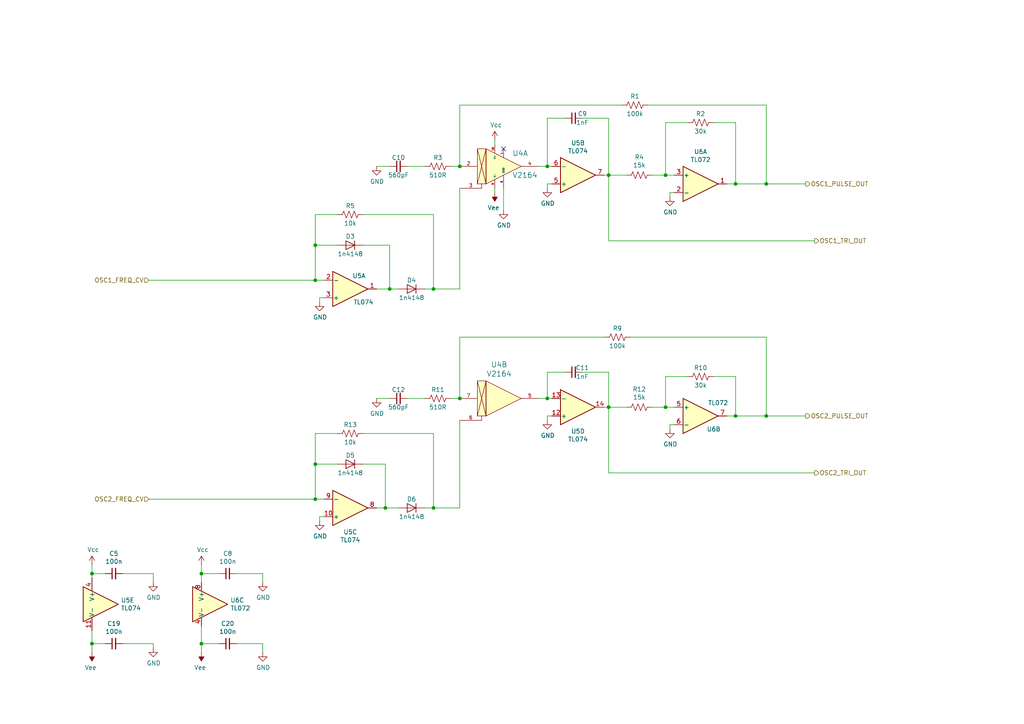
<source format=kicad_sch>
(kicad_sch (version 20211123) (generator eeschema)
  (paper "A4")
  (lib_symbols
    (symbol "00-cool_stuff:0V" (power) (pin_names (offset 0))
      (property "Value" "00-cool_stuff_0V" (at 0 -3.81 0))
      (symbol "0V_0_1"
        (polyline (pts (xy 0 0) (xy 0 -1.27) (xy 1.27 -1.27) (xy 0 -2.54) (xy -1.27 -1.27) (xy 0 -1.27)))
      )
      (symbol "0V_1_1"
        (pin power_in line (at 0 0 270) (length 0) hide (name "GND") (number "1"))
      )
    )
    (symbol "00-cool_stuff:TL072-separate" (pin_names (offset 0.1016))
      (property "Reference" "U" (at 0 5.08 0))
      (property "Value" "00-cool_stuff_TL072-separate" (at 0 -5.08 0))
      (symbol "TL072-separate_0_1"
        (polyline (pts (xy -5.08 5.08) (xy 5.08 0) (xy -5.08 -5.08) (xy -5.08 5.08)) (stroke (width 0.254)) (fill (type background)))
      )
      (symbol "TL072-separate_1_1"
        (pin output line (at 7.62 0 180) (length 2.54) (name "~") (number "1"))
        (pin input line (at -7.62 2.54 0) (length 2.54) (name "-") (number "2"))
        (pin input line (at -7.62 -2.54 0) (length 2.54) (name "+") (number "3"))
      )
      (symbol "TL072-separate_2_1"
        (pin input line (at -7.62 -2.54 0) (length 2.54) (name "+") (number "5"))
        (pin input line (at -7.62 2.54 0) (length 2.54) (name "-") (number "6"))
        (pin output line (at 7.62 0 180) (length 2.54) (name "~") (number "7"))
      )
      (symbol "TL072-separate_3_1"
        (pin power_in line (at -2.54 -6.35 90) (length 2.54) (name "V-") (number "4"))
        (pin power_in line (at -2.54 6.35 270) (length 2.54) (name "V+") (number "8"))
      )
    )
    (symbol "00-cool_stuff:TL074-f-separate" (pin_names (offset 0.1016))
      (property "Reference" "U" (at 1.27 3.81 0))
      (property "Value" "00-cool_stuff_TL074-f-separate" (at 1.27 -3.81 0))
      (symbol "TL074-f-separate_0_1"
        (polyline (pts (xy -5.08 5.08) (xy 5.08 0) (xy -5.08 -5.08) (xy -5.08 5.08)) (stroke (width 0.254)) (fill (type background)))
      )
      (symbol "TL074-f-separate_1_1"
        (pin output line (at 7.62 0 180) (length 2.54) (name "~") (number "1"))
        (pin input line (at -7.62 2.54 0) (length 2.54) (name "-") (number "2"))
        (pin input line (at -7.62 -2.54 0) (length 2.54) (name "+") (number "3"))
      )
      (symbol "TL074-f-separate_2_1"
        (pin input line (at -7.62 -2.54 0) (length 2.54) (name "+") (number "5"))
        (pin input line (at -7.62 2.54 0) (length 2.54) (name "-") (number "6"))
        (pin output line (at 7.62 0 180) (length 2.54) (name "~") (number "7"))
      )
      (symbol "TL074-f-separate_3_1"
        (pin input line (at -7.62 -2.54 0) (length 2.54) (name "+") (number "10"))
        (pin output line (at 7.62 0 180) (length 2.54) (name "~") (number "8"))
        (pin input line (at -7.62 2.54 0) (length 2.54) (name "-") (number "9"))
      )
      (symbol "TL074-f-separate_4_1"
        (pin input line (at -7.62 -2.54 0) (length 2.54) (name "+") (number "12"))
        (pin input line (at -7.62 2.54 0) (length 2.54) (name "-") (number "13"))
        (pin output line (at 7.62 0 180) (length 2.54) (name "~") (number "14"))
      )
      (symbol "TL074-f-separate_5_1"
        (pin power_in line (at -2.54 -7.62 90) (length 3.81) (name "V-") (number "11"))
        (pin power_in line (at -2.54 7.62 270) (length 3.81) (name "V+") (number "4"))
      )
    )
    (symbol "00-cool_stuff:Vcc" (power) (pin_names (offset 0))
      (property "Value" "00-cool_stuff_Vcc" (at 0 3.556 0))
      (symbol "Vcc_0_1"
        (polyline (pts (xy -0.762 1.27) (xy 0 2.54)))
        (polyline (pts (xy 0 0) (xy 0 2.54)))
        (polyline (pts (xy 0 2.54) (xy 0.762 1.27)))
      )
      (symbol "Vcc_1_1"
        (pin power_in line (at 0 0 90) (length 0) hide (name "Vcc") (number "1"))
      )
    )
    (symbol "00-cool_stuff:Vee" (power) (pin_names (offset 0))
      (property "Value" "00-cool_stuff_Vee" (at 0 3.81 0))
      (symbol "Vee_0_0"
        (pin power_in line (at 0 0 90) (length 0) hide (name "Vee") (number "1"))
      )
      (symbol "Vee_0_1"
        (polyline (pts (xy 0 0) (xy 0 1.27) (xy 0.762 1.27) (xy 0 2.54) (xy -0.762 1.27) (xy 0 1.27)) (fill (type outline)))
      )
    )
    (symbol "00-cool_stuff:cap_small" (pin_numbers hide) (pin_names (offset 0.254) hide)
      (property "Reference" "C" (at -1.27 2.54 0))
      (property "Value" "00-cool_stuff_cap_small" (at -3.81 -2.54 0))
      (symbol "cap_small_0_1"
        (polyline (pts (xy -0.508 -1.524) (xy -0.508 1.524)) (stroke (width 0.3048)))
        (polyline (pts (xy 0.508 -1.524) (xy 0.508 1.524)) (stroke (width 0.3302)))
      )
      (symbol "cap_small_1_1"
        (pin passive line (at -2.54 0 0) (length 2.032) (name "~") (number "1"))
        (pin passive line (at 2.54 0 180) (length 2.032) (name "~") (number "2"))
      )
    )
    (symbol "00-cool_stuff:diode" (pin_numbers hide) (pin_names (offset 1.016) hide)
      (property "Reference" "D" (at 0 2.54 0))
      (property "Value" "00-cool_stuff_diode" (at 0 -2.54 0))
      (symbol "diode_0_1"
        (polyline (pts (xy -1.27 0) (xy 1.27 0)))
        (polyline (pts (xy 1.27 -1.27) (xy 1.27 1.27)) (stroke (width 0.2032)))
        (polyline (pts (xy -1.27 -1.27) (xy -1.27 1.27) (xy 1.27 0) (xy -1.27 -1.27)) (stroke (width 0.2032)))
      )
      (symbol "diode_1_1"
        (pin passive line (at 3.81 0 180) (length 2.54) (name "K") (number "1"))
        (pin passive line (at -3.81 0 0) (length 2.54) (name "A") (number "2"))
      )
    )
    (symbol "00-cool_stuff:resistor" (pin_numbers hide) (pin_names (offset 0))
      (property "Reference" "R" (at -2.54 2.54 0))
      (property "Value" "00-cool_stuff_resistor" (at -2.54 -2.54 0))
      (symbol "resistor_0_1"
        (polyline (pts (xy -4.826 0) (xy -5.08 0)))
        (polyline (pts (xy -0.254 0) (xy 0 0)))
        (polyline (pts (xy -4.826 0) (xy -4.445 1.016) (xy -4.064 0) (xy -3.683 -1.016) (xy -3.302 0)))
        (polyline (pts (xy -3.302 0) (xy -2.921 1.016) (xy -2.54 0) (xy -2.159 -1.016) (xy -1.778 0)))
        (polyline (pts (xy -1.778 0) (xy -1.397 1.016) (xy -1.016 0) (xy -0.635 -1.016) (xy -0.254 0)))
      )
      (symbol "resistor_1_1"
        (pin passive line (at -6.35 0 0) (length 1.27) (name "~") (number "1"))
        (pin passive line (at 1.27 0 180) (length 1.27) (name "~") (number "2"))
      )
    )
    (symbol "4ms-ic:V2164"
      (property "Reference" "U" (at 1.27 5.08 0))
      (property "Value" "4ms-ic_V2164" (at -4.826 0.508 0))
      (symbol "V2164_0_1"
        (rectangle (start -5.08 5.08) (end -7.62 -5.08) (fill (type background)))
        (polyline (pts (xy -7.62 -5.08) (xy -5.08 5.08)))
        (polyline (pts (xy -7.62 5.08) (xy -5.08 -5.08)))
        (polyline (pts (xy -6.35 -5.08) (xy -6.35 -6.35)))
        (polyline (pts (xy -5.08 5.08) (xy 5.08 0) (xy -5.08 -5.08) (xy -5.08 5.08)) (stroke (width 0.1524)) (fill (type background)))
      )
      (symbol "V2164_1_1"
        (pin power_in line (at 0 5.08 270) (length 2.54) (name "~") (number "1"))
        (pin power_in line (at -2.54 6.35 270) (length 2.54) (name "V+") (number "16"))
        (pin input line (at -12.7 0 0) (length 5.08) (name "~") (number "2"))
        (pin input line (at -12.7 -6.35 0) (length 6.35) (name "~") (number "3"))
        (pin output line (at 10.16 0 180) (length 5.08) (name "~") (number "4"))
        (pin power_in line (at 0 -6.35 90) (length 3.81) (name "GND") (number "8"))
        (pin power_in line (at -2.54 -6.35 90) (length 2.54) (name "V-") (number "9"))
      )
      (symbol "V2164_2_1"
        (pin output line (at 10.16 0 180) (length 5.08) (name "~") (number "5"))
        (pin input line (at -12.7 -6.35 0) (length 6.35) (name "~") (number "6"))
        (pin input line (at -12.7 0 0) (length 5.08) (name "~") (number "7"))
      )
      (symbol "V2164_3_1"
        (pin input line (at -12.7 0 0) (length 5.08) (name "~") (number "10"))
        (pin input line (at -12.7 -6.35 0) (length 6.35) (name "~") (number "11"))
        (pin output line (at 10.16 0 180) (length 5.08) (name "~") (number "12"))
      )
      (symbol "V2164_4_1"
        (pin output line (at 10.16 0 180) (length 5.08) (name "~") (number "13"))
        (pin input line (at -12.7 -6.35 0) (length 6.35) (name "~") (number "14"))
        (pin input line (at -12.7 0 0) (length 5.08) (name "~") (number "15"))
      )
    )
    (symbol "Device:C_Small" (pin_numbers hide) (pin_names (offset 0.254) hide)
      (property "Reference" "C" (at 0.254 1.778 0))
      (property "Value" "C_Small" (at 0.254 -2.032 0))
      (symbol "C_Small_0_1"
        (polyline (pts (xy -1.524 -0.508) (xy 1.524 -0.508)) (stroke (width 0.3302)))
        (polyline (pts (xy -1.524 0.508) (xy 1.524 0.508)) (stroke (width 0.3048)))
      )
      (symbol "C_Small_1_1"
        (pin passive line (at 0 2.54 270) (length 2.032) (name "~") (number "1"))
        (pin passive line (at 0 -2.54 90) (length 2.032) (name "~") (number "2"))
      )
    )
    (symbol "Device:R_US" (pin_numbers hide) (pin_names (offset 0))
      (property "Reference" "R" (at 2.54 0 90))
      (property "Value" "R_US" (at -2.54 0 90))
      (symbol "R_US_0_1"
        (polyline (pts (xy 0 -2.286) (xy 0 -2.54)))
        (polyline (pts (xy 0 2.286) (xy 0 2.54)))
        (polyline (pts (xy 0 -0.762) (xy 1.016 -1.143) (xy 0 -1.524) (xy -1.016 -1.905) (xy 0 -2.286)))
        (polyline (pts (xy 0 0.762) (xy 1.016 0.381) (xy 0 0) (xy -1.016 -0.381) (xy 0 -0.762)))
        (polyline (pts (xy 0 2.286) (xy 1.016 1.905) (xy 0 1.524) (xy -1.016 1.143) (xy 0 0.762)))
      )
      (symbol "R_US_1_1"
        (pin passive line (at 0 3.81 270) (length 1.27) (name "~") (number "1"))
        (pin passive line (at 0 -3.81 90) (length 1.27) (name "~") (number "2"))
      )
    )
  )
  (junction (at 91.44 134.62))
  (junction (at 111.76 147.32))
  (junction (at 193.04 118.11))
  (junction (at 222.25 53.34))
  (junction (at 91.44 81.28))
  (junction (at 158.75 115.57))
  (junction (at 133.35 115.57))
  (junction (at 193.04 50.8))
  (junction (at 158.75 48.26))
  (junction (at 26.67 186.69))
  (junction (at 91.44 144.78))
  (junction (at 125.73 147.32))
  (junction (at 133.35 48.26))
  (junction (at 91.44 71.12))
  (junction (at 58.42 166.37))
  (junction (at 58.42 186.69))
  (junction (at 176.53 50.8))
  (junction (at 213.36 53.34))
  (junction (at 222.25 120.65))
  (junction (at 113.03 83.82))
  (junction (at 176.53 118.11))
  (junction (at 26.67 166.37))
  (junction (at 213.36 120.65))
  (junction (at 125.73 83.82))
  (no_connect (at 146.05 43.18))
  (wire (pts (xy 111.76 134.62) (xy 111.76 147.32)))
  (wire (pts (xy 43.18 144.78) (xy 91.44 144.78)))
  (wire (pts (xy 133.35 30.48) (xy 133.35 48.26)))
  (wire (pts (xy 207.01 109.22) (xy 213.36 109.22)))
  (wire (pts (xy 213.36 109.22) (xy 213.36 120.65)))
  (wire (pts (xy 143.51 55.88) (xy 143.51 54.61)))
  (wire (pts (xy 58.42 166.37) (xy 58.42 163.83)))
  (wire (pts (xy 92.71 151.13) (xy 92.71 149.86)))
  (wire (pts (xy 187.96 30.48) (xy 222.25 30.48)))
  (wire (pts (xy 115.57 83.82) (xy 113.03 83.82)))
  (wire (pts (xy 109.22 115.57) (xy 113.03 115.57)))
  (wire (pts (xy 91.44 71.12) (xy 91.44 62.23)))
  (wire (pts (xy 199.39 109.22) (xy 193.04 109.22)))
  (wire (pts (xy 175.26 118.11) (xy 176.53 118.11)))
  (wire (pts (xy 92.71 86.36) (xy 93.98 86.36)))
  (wire (pts (xy 91.44 125.73) (xy 97.79 125.73)))
  (wire (pts (xy 58.42 166.37) (xy 58.42 168.91)))
  (wire (pts (xy 109.22 48.26) (xy 113.03 48.26)))
  (wire (pts (xy 93.98 144.78) (xy 91.44 144.78)))
  (wire (pts (xy 58.42 186.69) (xy 63.5 186.69)))
  (wire (pts (xy 26.67 182.88) (xy 26.67 186.69)))
  (wire (pts (xy 44.45 186.69) (xy 35.56 186.69)))
  (wire (pts (xy 113.03 71.12) (xy 113.03 83.82)))
  (wire (pts (xy 156.21 48.26) (xy 158.75 48.26)))
  (wire (pts (xy 194.31 124.46) (xy 194.31 123.19)))
  (wire (pts (xy 195.58 55.88) (xy 194.31 55.88)))
  (wire (pts (xy 133.35 83.82) (xy 133.35 54.61)))
  (wire (pts (xy 222.25 97.79) (xy 222.25 120.65)))
  (wire (pts (xy 168.91 107.95) (xy 176.53 107.95)))
  (wire (pts (xy 163.83 34.29) (xy 158.75 34.29)))
  (wire (pts (xy 158.75 53.34) (xy 160.02 53.34)))
  (wire (pts (xy 91.44 144.78) (xy 91.44 134.62)))
  (wire (pts (xy 189.23 118.11) (xy 193.04 118.11)))
  (wire (pts (xy 91.44 62.23) (xy 97.79 62.23)))
  (wire (pts (xy 30.48 186.69) (xy 26.67 186.69)))
  (wire (pts (xy 146.05 60.96) (xy 146.05 54.61)))
  (wire (pts (xy 213.36 120.65) (xy 222.25 120.65)))
  (wire (pts (xy 158.75 115.57) (xy 160.02 115.57)))
  (wire (pts (xy 115.57 147.32) (xy 111.76 147.32)))
  (wire (pts (xy 44.45 187.96) (xy 44.45 186.69)))
  (wire (pts (xy 26.67 166.37) (xy 26.67 163.83)))
  (wire (pts (xy 125.73 147.32) (xy 125.73 125.73)))
  (wire (pts (xy 58.42 181.61) (xy 58.42 186.69)))
  (wire (pts (xy 123.19 147.32) (xy 125.73 147.32)))
  (wire (pts (xy 97.79 71.12) (xy 91.44 71.12)))
  (wire (pts (xy 158.75 121.92) (xy 158.75 120.65)))
  (wire (pts (xy 44.45 166.37) (xy 35.56 166.37)))
  (wire (pts (xy 176.53 118.11) (xy 176.53 137.16)))
  (wire (pts (xy 158.75 120.65) (xy 160.02 120.65)))
  (wire (pts (xy 193.04 109.22) (xy 193.04 118.11)))
  (wire (pts (xy 176.53 50.8) (xy 181.61 50.8)))
  (wire (pts (xy 176.53 34.29) (xy 168.91 34.29)))
  (wire (pts (xy 26.67 186.69) (xy 26.67 189.23)))
  (wire (pts (xy 58.42 189.23) (xy 58.42 186.69)))
  (wire (pts (xy 176.53 118.11) (xy 181.61 118.11)))
  (wire (pts (xy 143.51 40.64) (xy 143.51 41.91)))
  (wire (pts (xy 105.41 62.23) (xy 125.73 62.23)))
  (wire (pts (xy 109.22 147.32) (xy 111.76 147.32)))
  (wire (pts (xy 125.73 83.82) (xy 125.73 62.23)))
  (wire (pts (xy 163.83 107.95) (xy 158.75 107.95)))
  (wire (pts (xy 175.26 50.8) (xy 176.53 50.8)))
  (wire (pts (xy 43.18 81.28) (xy 91.44 81.28)))
  (wire (pts (xy 210.82 53.34) (xy 213.36 53.34)))
  (wire (pts (xy 213.36 35.56) (xy 213.36 53.34)))
  (wire (pts (xy 133.35 147.32) (xy 133.35 121.92)))
  (wire (pts (xy 44.45 168.91) (xy 44.45 166.37)))
  (wire (pts (xy 76.2 168.91) (xy 76.2 166.37)))
  (wire (pts (xy 30.48 166.37) (xy 26.67 166.37)))
  (wire (pts (xy 133.35 97.79) (xy 133.35 115.57)))
  (wire (pts (xy 76.2 186.69) (xy 68.58 186.69)))
  (wire (pts (xy 156.21 115.57) (xy 158.75 115.57)))
  (wire (pts (xy 176.53 137.16) (xy 236.22 137.16)))
  (wire (pts (xy 105.41 125.73) (xy 125.73 125.73)))
  (wire (pts (xy 76.2 189.23) (xy 76.2 186.69)))
  (wire (pts (xy 158.75 34.29) (xy 158.75 48.26)))
  (wire (pts (xy 158.75 107.95) (xy 158.75 115.57)))
  (wire (pts (xy 176.53 107.95) (xy 176.53 118.11)))
  (wire (pts (xy 130.81 115.57) (xy 133.35 115.57)))
  (wire (pts (xy 182.88 97.79) (xy 222.25 97.79)))
  (wire (pts (xy 194.31 57.15) (xy 194.31 55.88)))
  (wire (pts (xy 105.41 134.62) (xy 111.76 134.62)))
  (wire (pts (xy 92.71 87.63) (xy 92.71 86.36)))
  (wire (pts (xy 189.23 50.8) (xy 193.04 50.8)))
  (wire (pts (xy 175.26 97.79) (xy 133.35 97.79)))
  (wire (pts (xy 193.04 50.8) (xy 195.58 50.8)))
  (wire (pts (xy 76.2 166.37) (xy 68.58 166.37)))
  (wire (pts (xy 123.19 83.82) (xy 125.73 83.82)))
  (wire (pts (xy 199.39 35.56) (xy 193.04 35.56)))
  (wire (pts (xy 118.11 115.57) (xy 123.19 115.57)))
  (wire (pts (xy 158.75 54.61) (xy 158.75 53.34)))
  (wire (pts (xy 158.75 48.26) (xy 160.02 48.26)))
  (wire (pts (xy 222.25 53.34) (xy 233.68 53.34)))
  (wire (pts (xy 97.79 134.62) (xy 91.44 134.62)))
  (wire (pts (xy 176.53 34.29) (xy 176.53 50.8)))
  (wire (pts (xy 193.04 118.11) (xy 195.58 118.11)))
  (wire (pts (xy 92.71 149.86) (xy 93.98 149.86)))
  (wire (pts (xy 91.44 134.62) (xy 91.44 125.73)))
  (wire (pts (xy 26.67 167.64) (xy 26.67 166.37)))
  (wire (pts (xy 213.36 53.34) (xy 222.25 53.34)))
  (wire (pts (xy 125.73 147.32) (xy 133.35 147.32)))
  (wire (pts (xy 125.73 83.82) (xy 133.35 83.82)))
  (wire (pts (xy 207.01 35.56) (xy 213.36 35.56)))
  (wire (pts (xy 118.11 48.26) (xy 123.19 48.26)))
  (wire (pts (xy 195.58 123.19) (xy 194.31 123.19)))
  (wire (pts (xy 63.5 166.37) (xy 58.42 166.37)))
  (wire (pts (xy 91.44 81.28) (xy 91.44 71.12)))
  (wire (pts (xy 210.82 120.65) (xy 213.36 120.65)))
  (wire (pts (xy 222.25 30.48) (xy 222.25 53.34)))
  (wire (pts (xy 93.98 81.28) (xy 91.44 81.28)))
  (wire (pts (xy 176.53 50.8) (xy 176.53 69.85)))
  (wire (pts (xy 109.22 83.82) (xy 113.03 83.82)))
  (wire (pts (xy 176.53 69.85) (xy 236.22 69.85)))
  (wire (pts (xy 222.25 120.65) (xy 233.68 120.65)))
  (wire (pts (xy 105.41 71.12) (xy 113.03 71.12)))
  (wire (pts (xy 193.04 35.56) (xy 193.04 50.8)))
  (wire (pts (xy 130.81 48.26) (xy 133.35 48.26)))
  (wire (pts (xy 180.34 30.48) (xy 133.35 30.48)))
  (hierarchical_label "OSC2_TRI_OUT" (shape output) (at 236.22 137.16 0))
  (hierarchical_label "OSC1_FREQ_CV" (shape input) (at 43.18 81.28 180))
  (hierarchical_label "OSC2_PULSE_OUT" (shape output) (at 233.68 120.65 0))
  (hierarchical_label "OSC1_TRI_OUT" (shape output) (at 236.22 69.85 0))
  (hierarchical_label "OSC1_PULSE_OUT" (shape output) (at 233.68 53.34 0))
  (hierarchical_label "OSC2_FREQ_CV" (shape input) (at 43.18 144.78 180))
  (symbol (lib_id "00-cool_stuff:0V") (at 92.71 151.13 0)
    (property "Reference" "#PWR024" (effects hide))
    (property "Value" "0V" (at 92.837 155.5242 0))
  )
  (symbol (lib_id "00-cool_stuff:diode") (at 101.6 134.62 0)
    (property "Reference" "D5" (at 101.6 132.08 0))
    (property "Value" "1n4148" (at 101.6 137.16 0))
    (property "Footprint" "00-Mine:diode-TH" (effects hide))
  )
  (symbol (lib_id "00-cool_stuff:resistor") (at 104.14 125.73 0)
    (property "Reference" "R13" (at 101.6 123.19 0))
    (property "Value" "10k" (at 101.6 128.27 0))
    (property "Footprint" "00-Mine:resistor-TH-10mm" (effects hide))
  )
  (symbol (lib_id "00-cool_stuff:diode") (at 119.38 147.32 0)
    (property "Reference" "D6" (at 119.38 144.78 0))
    (property "Value" "1n4148" (at 119.38 149.86 0))
    (property "Footprint" "00-Mine:diode-TH" (effects hide))
  )
  (symbol (lib_id "00-cool_stuff:resistor") (at 181.61 97.79 0) (unit 1)
    (property "Reference" "R9" (at 179.07 95.25 0))
    (property "Value" "100k" (at 179.07 100.33 0))
    (property "Footprint" "00-Mine:resistor-TH-10mm" (effects hide))
  )
  (symbol (lib_id "00-cool_stuff:0V") (at 194.31 124.46 0)
    (property "Reference" "#PWR020" (effects hide))
    (property "Value" "0V" (at 194.437 128.8542 0))
  )
  (symbol (lib_id "00-cool_stuff:0V") (at 158.75 121.92 0)
    (property "Reference" "#PWR019" (effects hide))
    (property "Value" "0V" (at 158.877 126.3142 0))
  )
  (symbol (lib_id "00-cool_stuff:resistor") (at 205.74 109.22 0) (unit 1)
    (property "Reference" "R10" (at 203.2 106.68 0))
    (property "Value" "30k" (at 203.2 111.76 0))
    (property "Footprint" "00-Mine:resistor-TH-10mm" (effects hide))
  )
  (symbol (lib_id "00-cool_stuff:resistor") (at 187.96 118.11 0) (unit 1)
    (property "Reference" "R12" (at 185.42 112.903 0))
    (property "Value" "15k" (at 185.42 115.2144 0))
    (property "Footprint" "00-Mine:resistor-TH-10mm" (effects hide))
  )
  (symbol (lib_id "00-cool_stuff:cap_small") (at 166.37 107.95 0) (unit 1)
    (property "Reference" "C11" (at 168.91 106.68 0))
    (property "Value" "1nF" (at 168.91 109.22 0))
    (property "Footprint" "00-Mine:capacitor-TH-2.54mm_5mm" (effects hide))
  )
  (symbol (lib_id "Device:C_Small") (at 115.57 115.57 90) (unit 1)
    (property "Reference" "C12" (at 115.57 113.03 90))
    (property "Value" "560pF" (at 115.57 118.11 90))
    (property "Footprint" "00-Mine:capacitor-TH-2.54mm_5mm" (effects hide))
  )
  (symbol (lib_id "00-cool_stuff:0V") (at 109.22 115.57 0)
    (property "Reference" "#PWR017" (effects hide))
    (property "Value" "0V" (at 109.347 119.9642 0))
  )
  (symbol (lib_id "Device:R_US") (at 127 115.57 270) (unit 1)
    (property "Reference" "R11" (at 127 113.03 90))
    (property "Value" "510R" (at 127 118.11 90))
    (property "Footprint" "00-Mine:resistor-TH-10mm" (effects hide))
  )
  (symbol (lib_id "00-cool_stuff:diode") (at 119.38 83.82 0)
    (property "Reference" "D4" (at 119.38 81.28 0))
    (property "Value" "1n4148" (at 119.38 86.36 0))
    (property "Footprint" "00-Mine:diode-TH" (effects hide))
  )
  (symbol (lib_id "00-cool_stuff:resistor") (at 104.14 62.23 0)
    (property "Reference" "R5" (at 101.6 59.69 0))
    (property "Value" "10k" (at 101.6 64.77 0))
    (property "Footprint" "00-Mine:resistor-TH-10mm" (effects hide))
  )
  (symbol (lib_id "00-cool_stuff:diode") (at 101.6 71.12 0)
    (property "Reference" "D3" (at 101.6 68.58 0))
    (property "Value" "1n4148" (at 101.6 73.66 0))
    (property "Footprint" "00-Mine:diode-TH" (effects hide))
  )
  (symbol (lib_id "00-cool_stuff:0V") (at 92.71 87.63 0)
    (property "Reference" "#PWR016" (effects hide))
    (property "Value" "0V" (at 92.837 92.0242 0))
  )
  (symbol (lib_id "Device:R_US") (at 127 48.26 270) (unit 1)
    (property "Reference" "R3" (at 127 45.72 90))
    (property "Value" "510R" (at 127 50.8 90))
    (property "Footprint" "00-Mine:resistor-TH-10mm" (effects hide))
  )
  (symbol (lib_id "00-cool_stuff:0V") (at 109.22 48.26 0)
    (property "Reference" "#PWR07" (effects hide))
    (property "Value" "0V" (at 109.347 52.6542 0))
  )
  (symbol (lib_id "Device:C_Small") (at 115.57 48.26 90) (unit 1)
    (property "Reference" "C10" (at 115.57 45.72 90))
    (property "Value" "560pF" (at 115.57 50.8 90))
    (property "Footprint" "00-Mine:capacitor-TH-2.54mm_5mm" (effects hide))
  )
  (symbol (lib_id "00-cool_stuff:cap_small") (at 166.37 34.29 0) (unit 1)
    (property "Reference" "C9" (at 168.91 33.02 0))
    (property "Value" "1nF" (at 168.91 35.56 0))
    (property "Footprint" "00-Mine:capacitor-TH-2.54mm_5mm" (effects hide))
  )
  (symbol (lib_id "00-cool_stuff:resistor") (at 187.96 50.8 0) (unit 1)
    (property "Reference" "R4" (at 185.42 45.593 0))
    (property "Value" "15k" (at 185.42 47.9044 0))
    (property "Footprint" "00-Mine:resistor-TH-10mm" (effects hide))
  )
  (symbol (lib_id "00-cool_stuff:resistor") (at 205.74 35.56 0) (unit 1)
    (property "Reference" "R2" (at 203.2 33.02 0))
    (property "Value" "30k" (at 203.2 38.1 0))
    (property "Footprint" "00-Mine:resistor-TH-10mm" (effects hide))
  )
  (symbol (lib_id "00-cool_stuff:0V") (at 158.75 54.61 0)
    (property "Reference" "#PWR08" (effects hide))
    (property "Value" "0V" (at 158.877 59.0042 0))
  )
  (symbol (lib_id "00-cool_stuff:0V") (at 194.31 57.15 0)
    (property "Reference" "#PWR012" (effects hide))
    (property "Value" "0V" (at 194.437 61.5442 0))
  )
  (symbol (lib_id "00-cool_stuff:resistor") (at 186.69 30.48 0) (unit 1)
    (property "Reference" "R1" (at 184.15 27.94 0))
    (property "Value" "100k" (at 184.15 33.02 0))
    (property "Footprint" "00-Mine:resistor-TH-10mm" (effects hide))
  )
  (symbol (lib_id "4ms-ic:V2164") (at 146.05 48.26 0) (unit 1)
    (property "Reference" "U4" (at 148.59 44.45 0) (effects (font (size 1.524 1.524)) (justify left)))
    (property "Value" "V2164" (at 148.59 50.8 0) (effects (font (size 1.524 1.524)) (justify left)))
    (property "Footprint" "Package_DIP:DIP-16_W7.62mm_Socket_LongPads" (effects hide))
  )
  (symbol (lib_id "4ms-ic:V2164") (at 146.05 115.57 0) (unit 2)
    (property "Reference" "U4" (at 144.78 105.7402 0) (effects (font (size 1.524 1.524))))
    (property "Value" "V2164" (at 144.78 108.4326 0) (effects (font (size 1.524 1.524))))
    (property "Footprint" "Package_DIP:DIP-16_W7.62mm_Socket_LongPads" (effects hide))
  )
  (symbol (lib_id "00-cool_stuff:Vcc") (at 143.51 40.64 0) (unit 1)
    (property "Reference" "#PWR06" (effects hide))
    (property "Value" "Vcc" (at 143.891 36.2458 0))
  )
  (symbol (lib_id "00-cool_stuff:Vee") (at 143.51 55.88 180) (unit 1)
    (property "Reference" "#PWR010" (effects hide))
    (property "Value" "Vee" (at 143.129 60.2742 0))
  )
  (symbol (lib_id "00-cool_stuff:0V") (at 146.05 60.96 0)
    (property "Reference" "#PWR011" (effects hide))
    (property "Value" "0V" (at 146.177 65.3542 0))
  )
  (symbol (lib_id "00-cool_stuff:TL074-f-separate") (at 101.6 83.82 0) (unit 1)
    (property "Reference" "U5" (at 104.14 80.01 0))
    (property "Value" "TL074" (at 105.41 87.63 0))
    (property "Footprint" "00-Mine:DIP-14" (effects hide))
  )
  (symbol (lib_id "00-cool_stuff:TL074-f-separate") (at 101.6 147.32 0) (unit 3)
    (property "Reference" "U5" (at 101.6 154.305 0))
    (property "Value" "TL074" (at 101.6 156.6164 0))
    (property "Footprint" "00-Mine:DIP-14" (effects hide))
  )
  (symbol (lib_id "00-cool_stuff:TL074-f-separate") (at 167.64 50.8 0) (unit 2)
    (property "Reference" "U5" (at 167.64 41.4782 0))
    (property "Value" "TL074" (at 167.64 43.7896 0))
    (property "Footprint" "00-Mine:DIP-14" (effects hide))
  )
  (symbol (lib_id "00-cool_stuff:TL074-f-separate") (at 167.64 118.11 0) (unit 4)
    (property "Reference" "U5" (at 167.64 125.095 0))
    (property "Value" "TL074" (at 167.64 127.4064 0))
    (property "Footprint" "00-Mine:DIP-14" (effects hide))
  )
  (symbol (lib_id "00-cool_stuff:Vcc") (at 26.67 163.83 0) (unit 1)
    (property "Reference" "#PWR025" (effects hide))
    (property "Value" "Vcc" (at 27.051 159.4358 0))
  )
  (symbol (lib_id "00-cool_stuff:Vee") (at 26.67 189.23 180) (unit 1)
    (property "Reference" "#PWR027" (effects hide))
    (property "Value" "Vee" (at 26.289 193.6242 0))
  )
  (symbol (lib_id "00-cool_stuff:TL074-f-separate") (at 29.21 175.26 0) (unit 5)
    (property "Reference" "U5" (at 35.052 174.0916 0) (effects (justify left)))
    (property "Value" "TL074" (at 35.052 176.403 0) (effects (justify left)))
    (property "Footprint" "00-Mine:DIP-14" (effects hide))
  )
  (symbol (lib_id "00-cool_stuff:TL072-separate") (at 203.2 53.34 0) (mirror x) (unit 1)
    (property "Reference" "U6" (at 203.2 44.0182 0))
    (property "Value" "TL072" (at 203.2 46.3296 0))
    (property "Footprint" "00-Mine:DIP-8" (effects hide))
  )
  (symbol (lib_id "00-cool_stuff:TL072-separate") (at 203.2 120.65 0) (mirror x) (unit 2)
    (property "Reference" "U6" (at 207.01 124.46 0))
    (property "Value" "TL072" (at 208.28 116.84 0))
    (property "Footprint" "00-Mine:DIP-8" (effects hide))
  )
  (symbol (lib_id "00-cool_stuff:TL072-separate") (at 60.96 175.26 0) (unit 3)
    (property "Reference" "U6" (at 66.802 174.0916 0) (effects (justify left)))
    (property "Value" "TL072" (at 66.802 176.403 0) (effects (justify left)))
    (property "Footprint" "00-Mine:DIP-8" (effects hide))
  )
  (symbol (lib_id "00-cool_stuff:Vcc") (at 58.42 163.83 0) (unit 1)
    (property "Reference" "#PWR026" (effects hide))
    (property "Value" "Vcc" (at 58.801 159.4358 0))
  )
  (symbol (lib_id "00-cool_stuff:Vee") (at 58.42 189.23 180) (unit 1)
    (property "Reference" "#PWR028" (effects hide))
    (property "Value" "Vee" (at 58.039 193.6242 0))
  )
  (symbol (lib_id "00-cool_stuff:cap_small") (at 66.04 166.37 0) (unit 1)
    (property "Reference" "C8" (at 66.04 160.5534 0))
    (property "Value" "100n" (at 66.04 162.8648 0))
    (property "Footprint" "00-Mine:capacitor-TH-2.54mm_5mm" (effects hide))
  )
  (symbol (lib_id "00-cool_stuff:cap_small") (at 66.04 186.69 0) (unit 1)
    (property "Reference" "C20" (at 66.04 180.8734 0))
    (property "Value" "100n" (at 66.04 183.1848 0))
    (property "Footprint" "00-Mine:capacitor-TH-2.54mm_5mm" (effects hide))
  )
  (symbol (lib_id "00-cool_stuff:0V") (at 76.2 189.23 0) (unit 1)
    (property "Reference" "#PWR0112" (effects hide))
    (property "Value" "0V" (at 76.327 193.6242 0))
  )
  (symbol (lib_id "00-cool_stuff:0V") (at 76.2 168.91 0) (unit 1)
    (property "Reference" "#PWR0113" (effects hide))
    (property "Value" "0V" (at 76.327 173.3042 0))
  )
  (symbol (lib_id "00-cool_stuff:cap_small") (at 33.02 186.69 0) (unit 1)
    (property "Reference" "C19" (at 33.02 180.8734 0))
    (property "Value" "100n" (at 33.02 183.1848 0))
    (property "Footprint" "00-Mine:capacitor-TH-2.54mm_5mm" (effects hide))
  )
  (symbol (lib_id "00-cool_stuff:cap_small") (at 33.02 166.37 0) (unit 1)
    (property "Reference" "C5" (at 33.02 160.5534 0))
    (property "Value" "100n" (at 33.02 162.8648 0))
    (property "Footprint" "00-Mine:capacitor-TH-2.54mm_5mm" (effects hide))
  )
  (symbol (lib_id "00-cool_stuff:0V") (at 44.45 168.91 0) (unit 1)
    (property "Reference" "#PWR0114" (effects hide))
    (property "Value" "0V" (at 44.577 173.3042 0))
  )
  (symbol (lib_id "00-cool_stuff:0V") (at 44.45 187.96 0) (unit 1)
    (property "Reference" "#PWR0115" (effects hide))
    (property "Value" "0V" (at 44.577 192.3542 0))
  )
)
</source>
